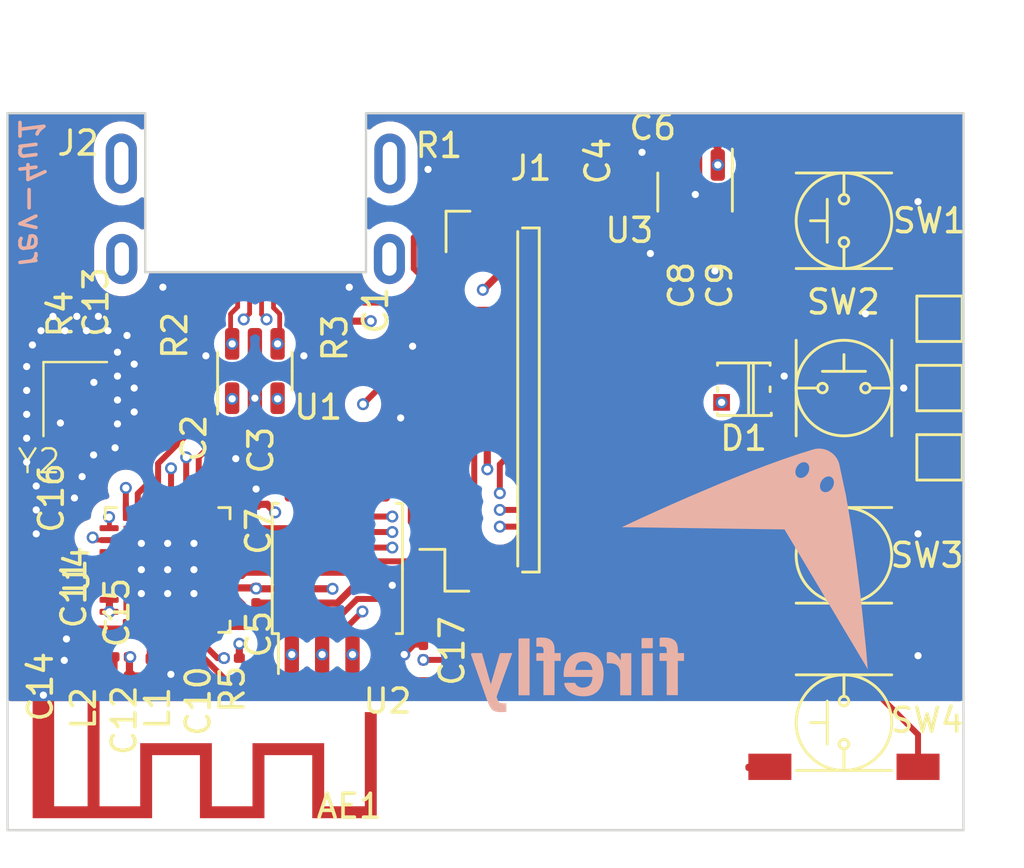
<source format=kicad_pcb>
(kicad_pcb (version 20221018) (generator pcbnew)
  (layers (0 "F.Cu" signal) (1 "In1.Cu" signal) (2 "In2.Cu" signal) (31 "B.Cu" signal) (34 "B.Paste" user) (35 "F.Paste" user) (36 "B.SilkS" user "B.Silkscreen") (37 "F.SilkS" user "F.Silkscreen") (38 "B.Mask" user) (39 "F.Mask" user) (44 "Edge.Cuts" user))
  (net 0 "")
  (net 1 "/3V3")
  (net 2 "GND")
  (net 3 "/VSPI")
  (net 4 "Net-(U4-LNA_IN)")
  (net 5 "Net-(C13-Pad1)")
  (net 6 "Net-(AE1-Pad1)")
  (net 7 "Net-(U4-XTAL_N)")
  (net 8 "/CHIP_PU")
  (net 10 "/DISP_TE")
  (net 11 "/DISP_SDA")
  (net 12 "/DISP_DC")
  (net 13 "/DISP_SCL")
  (net 14 "/DISP_RST")
  (net 15 "/LEDK")
  (net 18 "Net-(J2-CC1)")
  (net 19 "Net-(J2-CC2)")
  (net 20 "Net-(U4-XTAL_P)")
  (net 24 "/MCU_USB_P")
  (net 25 "/MCU_USB_N")
  (net 27 "/SW_4")
  (net 29 "/SW_1")
  (net 30 "/SW_2")
  (net 31 "/PIXEL")
  (net 32 "/SW_3")
  (net 36 "/VRF")
  (net 37 "Net-(U2-~{CS})")
  (net 38 "Net-(U2-DO(IO1))")
  (net 39 "Net-(U2-IO2)")
  (net 40 "Net-(U2-DI(IO0))")
  (net 41 "Net-(U2-CLK)")
  (net 42 "Net-(U2-IO3)")
  (net 47 "/VBUS")
  (net 48 "/USB_D+")
  (net 49 "/USB_D-")
  (net 56 "unconnected-(SW4-Pad2)")
  (footprint "Resistor_SMD:R_0201_0603Metric" (layer "F.Cu") (at 152.1125 49.7625)
    (fp_text reference "R4")
    (fp_text value "22R")
  )
  (footprint "Inductor_SMD:L_0201_0603Metric" (layer "F.Cu") (at 153.225 63.205 -90)
    (fp_text reference "L2")
    (fp_text value "2n2")
  )
  (footprint "Package_TO_SOT_SMD:SOT-23-5" (layer "F.Cu") (at 178.77 43.3 -90)
    (fp_text reference "U3")
    (fp_text value "SPX3819M5-L-3-3")
  )
  (footprint "firefly:Crystal_SeikoEpson_FA20H" (layer "F.Cu") (at 152.9125 52.0625 -90)
    (fp_text reference "Y2")
    (fp_text value "Crystal_GND24")
  )
  (footprint "Resistor_SMD:R_0201_0603Metric" (layer "F.Cu") (at 159.38 62.8)
    (fp_text reference "R5")
    (fp_text value "5k1")
  )
  (footprint "Capacitor_SMD:C_0201_0603Metric" (layer "F.Cu") (at 176.55 41.955 90)
    (fp_text reference "C6")
    (fp_text value "100n")
  )
  (footprint "Capacitor_SMD:C_0201_0603Metric" (layer "F.Cu") (at 158.7 54.775 90)
    (fp_text reference "C2")
    (fp_text value "100n")
  )
  (footprint "Resistor_SMD:R_0201_0603Metric" (layer "F.Cu") (at 158.1 49.3 90)
    (fp_text reference "R2")
    (fp_text value "5K1 (1%)")
  )
  (footprint "firefly:SW_tact_52x52" (layer "F.Cu") (at 185 44.5)
    (fp_text reference "SW1")
    (fp_text value "SW_tact_52x52" hide)
  )
  (footprint "Capacitor_SMD:C_0201_0603Metric" (layer "F.Cu") (at 160.4 56.045 90)
    (fp_text reference "C7")
    (fp_text value "100n")
  )
  (footprint "Capacitor_SMD:C_0201_0603Metric" (layer "F.Cu") (at 175.7 41.945 90)
    (fp_text reference "C4")
    (fp_text value "10u")
  )
  (footprint "Capacitor_SMD:C_0201_0603Metric" (layer "F.Cu") (at 154.78 63.55 180)
    (fp_text reference "C12")
    (fp_text value "100n")
  )
  (footprint "Capacitor_SMD:C_0201_0603Metric" (layer "F.Cu") (at 166.4 48.22 90)
    (fp_text reference "C1")
    (fp_text value "100n")
  )
  (footprint "Package_TO_SOT_SMD:SOT-23-6" (layer "F.Cu") (at 160.35 50.7875 90)
    (fp_text reference "U1")
    (fp_text value "USBLC6-2SC6")
  )
  (footprint "Capacitor_SMD:C_0201_0603Metric" (layer "F.Cu") (at 160.4 60.2 -90)
    (fp_text reference "C5")
    (fp_text value "10u")
  )
  (footprint "Resistor_SMD:R_0201_0603Metric" (layer "F.Cu") (at 167.955 42.4 180)
    (fp_text reference "R1")
    (fp_text value "10R")
  )
  (footprint "firefly:WS2812B" (layer "F.Cu") (at 180.8 51.55)
    (fp_text reference "D1")
    (fp_text value "WS2812B")
  )
  (footprint "Capacitor_SMD:C_0201_0603Metric" (layer "F.Cu") (at 159.55 54.775 90)
    (fp_text reference "C3")
    (fp_text value "10u")
  )
  (footprint "firefly:SW_tact_52x52" (layer "F.Cu") (at 185 65.5)
    (fp_text reference "SW4")
    (fp_text value "SW_tact_52x52" hide)
  )
  (footprint "TestPoint:TestPoint_Pad_1.5x1.5mm" (layer "F.Cu") (at 189 51.5)
    (fp_text reference "GND1" hide)
    (fp_text value "TestPoint")
  )
  (footprint "TestPoint:TestPoint_Pad_1.5x1.5mm" (layer "F.Cu") (at 189 54.4)
    (fp_text reference "PU1" hide)
    (fp_text value "TestPoint")
  )
  (footprint "Capacitor_SMD:C_0201_0603Metric" (layer "F.Cu") (at 153.7125 49.7625)
    (fp_text reference "C13")
    (fp_text value "10p")
  )
  (footprint "firefly:SW_tact_52x52" (layer "F.Cu") (at 185 58.5)
    (fp_text reference "SW3")
    (fp_text value "SW_tact_52x52" hide)
  )
  (footprint "Package_DFN_QFN:QFN-32-1EP_5x5mm_P0.5mm_EP3.7x3.7mm" (layer "F.Cu") (at 156.7 59.1125 90)
    (fp_text reference "U4")
    (fp_text value "ESP32_C3")
  )
  (footprint "firefly:THD_FPC_24" (layer "F.Cu") (at 169 52 -90)
    (fp_text reference "J1")
    (fp_text value "THD_FPC_24")
  )
  (footprint "Capacitor_SMD:C_0201_0603Metric" (layer "F.Cu") (at 152.775 62.005 180)
    (fp_text reference "C11")
    (fp_text value "3p3")
  )
  (footprint "Inductor_SMD:L_0201_0603Metric" (layer "F.Cu") (at 155.975 63.15 -90)
    (fp_text reference "L1")
    (fp_text value "2n2")
  )
  (footprint "Capacitor_SMD:C_0201_0603Metric" (layer "F.Cu") (at 152.375 63.205 90)
    (fp_text reference "C14")
    (fp_text value "3p3")
  )
  (footprint "Capacitor_SMD:C_0201_0603Metric" (layer "F.Cu") (at 179.755 45.86)
    (fp_text reference "C9")
    (fp_text value "10u")
  )
  (footprint "Capacitor_SMD:C_0201_0603Metric" (layer "F.Cu") (at 178.2 45.87 180)
    (fp_text reference "C8")
    (fp_text value "100n")
  )
  (footprint "TestPoint:TestPoint_Pad_1.5x1.5mm" (layer "F.Cu") (at 189 48.6)
    (fp_text reference "BOOT1" hide)
    (fp_text value "TestPoint")
  )
  (footprint "RF_Antenna:Texas_SWRA117D_2.4GHz_Left" (layer "F.Cu") (at 153.6 64.35 180)
    (fp_text reference "AE1")
    (fp_text value "PCB_ANTENNA")
  )
  (footprint "Package_SO:SOIC-8_5.23x5.23mm_P1.27mm" (layer "F.Cu") (at 163.8 59.05 90)
    (fp_text reference "U2")
    (fp_text value "W25Q128JVS")
  )
  (footprint "firefly:USB_C_SINK" (layer "F.Cu") (at 160.38 40 180)
    (fp_text reference "J2")
    (fp_text value "~")
  )
  (footprint "Capacitor_SMD:C_0201_0603Metric" (layer "F.Cu") (at 154.775 62.75 180)
    (fp_text reference "C15")
    (fp_text value "10u")
  )
  (footprint "Capacitor_SMD:C_0201_0603Metric" (layer "F.Cu") (at 167.4 62.555 90)
    (fp_text reference "C17")
    (fp_text value "100n")
  )
  (footprint "Resistor_SMD:R_0201_0603Metric" (layer "F.Cu") (at 162.6 49.3 90)
    (fp_text reference "R3")
    (fp_text value "5k1 (1%)")
  )
  (footprint "Capacitor_SMD:C_0201_0603Metric" (layer "F.Cu") (at 156.825 63.15 -90)
    (fp_text reference "C10")
    (fp_text value "100n")
  )
  (footprint "Capacitor_SMD:C_0201_0603Metric" (layer "F.Cu") (at 152.5 54.3125 180)
    (fp_text reference "C16")
    (fp_text value "10p")
  )
  (footprint "firefly:SW_tact_52x52" (layer "F.Cu") (at 185 51.5 -90)
    (fp_text reference "SW2")
    (fp_text value "SW_tact_52x52" hide)
  )
  (footprint "firefly:logo-15mm_1" (layer "B.Cu") (at 180.85 58.65 180)
    (fp_text reference "branding-logo-1" hide)
    (fp_text value "logo-15mm_1" hide)
  )
  (footprint "firefly:text-10" (layer "B.Cu") (at 173.85 63.5 180)
    (fp_text reference "branding-name-1" hide)
    (fp_text value "text-10" hide)
  )
  (gr_line (start 190 40) (end 190 70) (stroke (width 0.1)) (layer "Edge.Cuts"))
  (gr_line (start 150 40) (end 155.76 40) (stroke (width 0.1)) (layer "Edge.Cuts"))
  (gr_line (start 165 46.65) (end 165 40) (stroke (width 0.1)) (layer "Edge.Cuts"))
  (gr_line (start 150 70) (end 150 40) (stroke (width 0.1)) (layer "Edge.Cuts"))
  (gr_line (start 155.76 40) (end 155.76 46.65) (stroke (width 0.1)) (layer "Edge.Cuts"))
  (gr_line (start 155.76 46.65) (end 165 46.65) (stroke (width 0.1)) (layer "Edge.Cuts"))
  (gr_line (start 165 40) (end 190 40) (stroke (width 0.1)) (layer "Edge.Cuts"))
  (gr_line (start 190 70) (end 150 70) (stroke (width 0.1)) (layer "Edge.Cuts"))
  (gr_text "rev-4u1" (at 150.39 40.09 270) (layer "B.SilkS") (effects (font (size 1 1) (thickness 0.15) italic) (justify right bottom mirror)))
  (segment (start 166.84 48.54) (end 166.4 48.54) (width 0.3) (layer "F.Cu") (net 1))
  (segment (start 170.0755 50.1755) (end 168.65 48.75) (width 0.3) (layer "F.Cu") (net 1))
  (segment (start 178.53 45.86) (end 178.52 45.87) (width 0.3) (layer "F.Cu") (net 1))
  (segment (start 172.05 48.25) (end 172.6 47.7) (width 0.3) (layer "F.Cu") (net 1))
  (segment (start 167.75 47.75) (end 167.75 48.25) (width 0.3) (layer "F.Cu") (net 1))
  (segment (start 172.6 47.7) (end 178 47.7) (width 0.3) (layer "F.Cu") (net 1))
  (segment (start 167.75 48.25) (end 172.05 48.25) (width 0.3) (layer "F.Cu") (net 1))
  (segment (start 155.12 63.55) (end 155.2 63.47) (width 0.3) (layer "F.Cu") (net 1))
  (segment (start 167.75 47.75) (end 168.35 47.75) (width 0.3) (layer "F.Cu") (net 1))
  (segment (start 168.350996 46.200498) (end 167.75 46.200498) (width 0.3) (layer "F.Cu") (net 1))
  (segment (start 154.2625 60.3625) (end 154.2625 60.8625) (width 0.3) (layer "F.Cu") (net 1))
  (segment (start 155.1 63.55) (end 155.895 63.55) (width 0.3) (layer "F.Cu") (net 1))
  (segment (start 163.6 59.9) (end 160.42 59.9) (width 0.3) (layer "F.Cu") (net 1))
  (segment (start 178.52 47.18) (end 178.52 45.87) (width 0.3) (layer "F.Cu") (net 1))
  (segment (start 168.6 47.5) (end 168.6 46.449502) (width 0.3) (layer "F.Cu") (net 1))
  (segment (start 155.15 62.78) (end 155.2 62.83) (width 0.25) (layer "F.Cu") (net 1))
  (segment (start 159.535 56.365) (end 159.225 56.675) (width 0.3) (layer "F.Cu") (net 1))
  (segment (start 168.65 48.75) (end 167.75 48.75) (width 0.3) (layer "F.Cu") (net 1))
  (segment (start 179.72 44.4375) (end 179.72 45.28) (width 0.3) (layer "F.Cu") (net 1))
  (segment (start 167.75 46.25) (end 167.75 46.200498) (width 0.3) (layer "F.Cu") (net 1))
  (segment (start 168.35 47.75) (end 168.6 47.5) (width 0.3) (layer "F.Cu") (net 1))
  (segment (start 159.7 62.8) (end 159.7 62.2) (width 0.3) (layer "F.Cu") (net 1))
  (segment (start 160.4 56.365) (end 159.535 56.365) (width 0.3) (layer "F.Cu") (net 1))
  (segment (start 179.435 45.565) (end 179.435 45.86) (width 0.3) (layer "F.Cu") (net 1))
  (segment (start 160.42 59.9) (end 160.4 59.88) (width 0.3) (layer "F.Cu") (net 1))
  (segment (start 179.435 45.86) (end 178.53 45.86) (width 0.3) (layer "F.Cu") (net 1))
  (segment (start 155.205 62.825) (end 155.2 62.83) (width 0.25) (layer "F.Cu") (net 1))
  (segment (start 160.4 56.365) (end 160.865 56.365) (width 0.3) (layer "F.Cu") (net 1))
  (segment (start 159.15 59.8625) (end 160.3825 59.8625) (width 0.3) (layer "F.Cu") (net 1))
  (segment (start 170.0755 54.9) (end 170.0755 50.1755) (width 0.3) (layer "F.Cu") (net 1))
  (segment (start 167.05 48.75) (end 166.84 48.54) (width 0.3) (layer "F.Cu") (net 1))
  (segment (start 167.75 48.75) (end 167.05 48.75) (width 0.3) (layer "F.Cu") (net 1))
  (segment (start 168.6 46.449502) (end 168.350996 46.200498) (width 0.3) (layer "F.Cu") (net 1))
  (segment (start 167.75 48.75) (end 167.75 48.25) (width 0.3) (layer "F.Cu") (net 1))
  (segment (start 160.3825 59.8625) (end 160.4 59.88) (width 0.3) (layer "F.Cu") (net 1))
  (segment (start 159.225 56.675) (end 158.45 56.675) (width 0.3) (layer "F.Cu") (net 1))
  (segment (start 178 47.7) (end 178.52 47.18) (width 0.3) (layer "F.Cu") (net 1))
  (segment (start 155.1 63.55) (end 155.1 62.755) (width 0.3) (layer "F.Cu") (net 1))
  (segment (start 160.865 56.365) (end 161.2 56.7) (width 0.3) (layer "F.Cu") (net 1))
  (segment (start 179.72 45.28) (end 179.435 45.565) (width 0.3) (layer "F.Cu") (net 1))
  (via (at 163.6 59.9) (size 0.5) (drill 0.3) (layers "F.Cu" "B.Cu") (net 1))
  (via (at 161.2 56.7) (size 0.5) (drill 0.3) (layers "F.Cu" "B.Cu") (net 1))
  (via (at 170.0755 54.9) (size 0.5) (drill 0.3) (layers "F.Cu" "B.Cu") (net 1))
  (via (at 155.1345 62.755) (size 0.5) (drill 0.3) (layers "F.Cu" "B.Cu") (net 1))
  (via (at 159.7 62.2) (size 0.5) (drill 0.3) (layers "F.Cu" "B.Cu") (net 1))
  (via (at 160.4 59.8905) (size 0.5) (drill 0.3) (layers "F.Cu" "B.Cu") (net 1))
  (via (at 154.2625 60.8625) (size 0.5) (drill 0.3) (layers "F.Cu" "B.Cu") (net 1))
  (segment (start 166.9 55.95) (end 167.1 55.75) (width 0.3) (layer "F.Cu") (net 2))
  (segment (start 165.7055 62.6505) (end 165.705 62.65) (width 0.3) (layer "F.Cu") (net 2))
  (segment (start 164.5455 59.7545) (end 163.8 60.5) (width 0.3) (layer "F.Cu") (net 2))
  (segment (start 153.6125 51.2125) (end 153.6125 51.2625) (width 0.3) (layer "F.Cu") (net 2))
  (segment (start 167.75 52.75) (end 167.75 53.25) (width 0.3) (layer "F.Cu") (net 2))
  (segment (start 189 51.5) (end 187.5 51.5) (width 0.25) (layer "F.Cu") (net 2))
  (segment (start 152.18 54.3125) (end 152.18 52.995) (width 0.25) (layer "F.Cu") (net 2))
  (segment (start 167.75 49.75) (end 166.95 49.75) (width 0.3) (layer "F.Cu") (net 2))
  (segment (start 154.455 62.75) (end 154.455 63.545) (width 0.3) (layer "F.Cu") (net 2))
  (segment (start 180.075 45.86) (end 180.075 46.125) (width 0.3) (layer "F.Cu") (net 2))
  (segment (start 181.71 51) (end 182.5 51) (width 0.3) (layer "F.Cu") (net 2))
  (segment (start 166.4 47.9) (end 167.05 47.25) (width 0.3) (layer "F.Cu") (net 2))
  (segment (start 167 51.25) (end 166.8 51.45) (width 0.3) (layer "F.Cu") (net 2))
  (segment (start 166.45 52.75) (end 167.75 52.75) (width 0.3) (layer "F.Cu") (net 2))
  (segment (start 167.75 53.25) (end 167.75 53.75) (width 0.3) (layer "F.Cu") (net 2))
  (segment (start 167.635 42.4) (end 167.635 42.3895) (width 0.3) (layer "F.Cu") (net 2))
  (segment (start 164.3 47.28) (end 163.58 47.28) (width 0.3) (layer "F.Cu") (net 2))
  (segment (start 167 52.25) (end 167.75 52.25) (width 0.3) (layer "F.Cu") (net 2))
  (segment (start 163.8 60.5) (end 160.42 60.5) (width 0.3) (layer "F.Cu") (net 2))
  (segment (start 166.8 51.45) (end 166.8 52.05) (width 0.3) (layer "F.Cu") (net 2))
  (segment (start 160.35 51.825) (end 160.35 51.925) (width 0.3) (layer "F.Cu") (net 2))
  (segment (start 152.18 52.995) (end 152.2125 52.9625) (width 0.25) (layer "F.Cu") (net 2))
  (segment (start 167.0155 62.235) (end 166.6 62.6505) (width 0.25) (layer "F.Cu") (net 2))
  (segment (start 167.4 62.235) (end 167.0155 62.235) (width 0.25) (layer "F.Cu") (net 2))
  (segment (start 166.6 62.6505) (end 165.7055 62.6505) (width 0.3) (layer "F.Cu") (net 2))
  (segment (start 181.71 51) (end 181.7 51) (width 0.3) (layer "F.Cu") (net 2))
  (segment (start 178.78 43.4) (end 178.77 43.39) (width 0.3) (layer "F.Cu") (net 2))
  (segment (start 188.1 63.65) (end 188.1 62.7) (width 0.3) (layer "F.Cu") (net 2))
  (segment (start 158.1 49.62) (end 158.1 49.9505) (width 0.25) (layer "F.Cu") (net 2))
  (segment (start 178.77 43.39) (end 178.77 42.1625) (width 0.3) (layer "F.Cu") (net 2))
  (segment (start 167.1 55.75) (end 167.75 55.75) (width 0.3) (layer "F.Cu") (net 2))
  (segment (start 167.75 57.25) (end 167.75 57.75) (width 0.3) (layer "F.Cu") (net 2))
  (segment (start 166.9 57.1) (end 166.9 55.95) (width 0.3) (layer "F.Cu") (net 2))
  (segment (start 167.75 51.25) (end 167 51.25) (width 0.3) (layer "F.Cu") (net 2))
  (segment (start 180.075 46.125) (end 179.6 46.6) (width 0.3) (layer "F.Cu") (net 2))
  (segment (start 152.375 62.885) (end 152.375 62.8955) (width 0.3) (layer "F.Cu") (net 2))
  (segment (start 166.1 59.7545) (end 164.5455 59.7545) (width 0.3) (layer "F.Cu") (net 2))
  (segment (start 160.42 60.5) (end 160.4 60.52) (width 0.3) (layer "F.Cu") (net 2))
  (segment (start 167.75 57.25) (end 167.05 57.25) (width 0.3) (layer "F.Cu") (net 2))
  (segment (start 177.88 45.87) (end 176.9 45.87) (width 0.3) (layer "F.Cu") (net 2))
  (segment (start 167.75 55.25) (end 167.75 55.75) (width 0.3) (layer "F.Cu") (net 2))
  (segment (start 167.05 47.25) (end 167.75 47.25) (width 0.3) (layer "F.Cu") (net 2))
  (segment (start 167.75 57.499502) (end 167.75 57.25) (width 0.3) (layer "F.Cu") (net 2))
  (segment (start 162.6 49.62) (end 162.6 49.9505) (width 0.25) (layer "F.Cu") (net 2))
  (segment (start 175.7 41.625) (end 176.54 41.625) (width 0.3) (layer "F.Cu") (net 2))
  (segment (start 188.1 56.65) (end 188.1 57.6) (width 0.3) (layer "F.Cu") (net 2))
  (segment (start 176.54 41.625) (end 176.55 41.635) (width 0.3) (layer "F.Cu") (net 2))
  (segment (start 186.85 48.4) (end 186.84 48.39) (width 0.3) (layer "F.Cu") (net 2))
  (segment (start 156.5 47.28) (end 157.18 47.28) (width 0.3) (layer "F.Cu") (net 2))
  (segment (start 154.0325 50.7925) (end 153.6125 51.2125) (width 0.3) (layer "F.Cu") (net 2))
  (segment (start 167.635 42.3895) (end 167.5955 42.35) (width 0.3) (layer "F.Cu") (net 2))
  (segment (start 188.1 42.65) (end 188.1 43.7) (width 0.3) (layer "F.Cu") (net 2))
  (segment (start 152.2125 52.9125) (end 152.2125 52.9625) (width 0.3) (layer "F.Cu") (net 2))
  (segment (start 186.84 48.39) (end 185.9 48.39) (width 0.3) (layer "F.Cu") (net 2))
  (segment (start 164.3 47.28) (end 164.92 47.9) (width 0.3) (layer "F.Cu") (net 2))
  (segment (start 167.75 52.75) (end 167.75 52.25) (width 0.3) (layer "F.Cu") (net 2))
  (segment (start 167.75 53.25) (end 167.75 53.196566) (width 0.3) (layer "F.Cu") (net 2))
  (segment (start 152.455 62.005) (end 152.4605 62.005) (width 0.25) (layer "F.Cu") (net 2))
  (segment (start 166.8 52.05) (end 167 52.25) (width 0.3) (layer "F.Cu") (net 2))
  (segment (start 162.6 49.9505) (end 162.4 50.1505) (width 0.25) (layer "F.Cu") (net 2))
  (segment (start 167.75 54.75) (end 167.75 55.25) (width 0.3) (layer "F.Cu") (net 2))
  (segment (start 164.92 47.9) (end 166.4 47.9) (width 0.3) (layer "F.Cu") (net 2))
  (segment (start 167.05 57.25) (end 166.9 57.1) (width 0.3) (layer "F.Cu") (net 2))
  (segment (start 158.7 54.455) (end 159.55 54.455) (width 0.3) (layer "F.Cu") (net 2))
  (segment (start 158.1 49.9505) (end 158.3 50.1505) (width 0.25) (layer "F.Cu") (net 2))
  (segment (start 152.4605 62.005) (end 152.4655 62) (width 0.25) (layer "F.Cu") (net 2))
  (segment (start 154.0325 49.7625) (end 154.0325 50.7925) (width 0.3) (layer "F.Cu") (net 2))
  (via (at 150.8 52.6) (size 0.5) (drill 0.3) (layers "F.Cu" "B.Cu") (net 2))
  (via (at 151.2 56.6) (size 0.5) (drill 0.3) (layers "F.Cu" "B.Cu") (net 2))
  (via (at 154.5 54) (size 0.5) (drill 0.3) (layers "F.Cu" "B.Cu") (net 2))
  (via (at 152.8 56.1) (size 0.5) (drill 0.3) (layers "F.Cu" "B.Cu") (net 2))
  (via (at 153.3 49.1) (size 0.5) (drill 0.3) (layers "F.Cu" "B.Cu") (net 2))
  (via (at 160.35 51.925) (size 0.5) (drill 0.3) (layers "F.Cu" "B.Cu") (net 2))
  (via (at 182.5 51) (size 0.5) (drill 0.3) (layers "F.Cu" "B.Cu") (net 2))
  (via (at 151.2 55.6) (size 0.5) (drill 0.3) (layers "F.Cu" "B.Cu") (net 2))
  (via (at 178.78 43.4) (size 0.5) (drill 0.3) (layers "F.Cu" "B.Cu") (net 2))
  (via (at 152.4655 62) (size 0.5) (drill 0.3) (layers "F.Cu" "B.Cu") (net 2))
  (via (at 159.55 54.455) (size 0.5) (drill 0.3) (layers "F.Cu" "B.Cu") (net 2))
  (via (at 154.2 49.1) (size 0.5) (drill 0.3) (layers "F.Cu" "B.Cu") (net 2))
  (via (at 155.6 59.1) (size 0.5) (drill 0.3) (layers "F.Cu" "B.Cu") (net 2))
  (via (at 154.6 52) (size 0.5) (drill 0.3) (layers "F.Cu" "B.Cu") (net 2))
  (via (at 150.8 54.6) (size 0.5) (drill 0.3) (layers "F.Cu" "B.Cu") (net 2))
  (via (at 160.4 55.725) (size 0.5) (drill 0.3) (layers "F.Cu" "B.Cu") (net 2))
  (via (at 166.45 52.75) (size 0.5) (drill 0.3) (layers "F.Cu" "B.Cu") (net 2))
  (via (at 166.95 49.75) (size 0.5) (drill 0.3) (layers "F.Cu" "B.Cu") (net 2))
  (via (at 155 49.3) (size 0.5) (drill 0.3) (layers "F.Cu" "B.Cu") (net 2))
  (via (at 188.1 57.6) (size 0.5) (drill 0.3) (layers "F.Cu" "B.Cu") (net 2))
  (via (at 151.4 49.1) (size 0.5) (drill 0.3) (layers "F.Cu" "B.Cu") (net 2))
  (via (at 153.6125 51.2625) (size 0.5) (drill 0.3) (layers "F.Cu" "B.Cu") (net 2))
  (via (at 150.8 51.6) (size 0.5) (drill 0.3) (layers "F.Cu" "B.Cu") (net 2))
  (via (at 150.8 53.6) (size 0.5) (drill 0.3) (layers "F.Cu" "B.Cu") (net 2))
  (via (at 153.119994 55.206356) (size 0.5) (drill 0.3) (layers "F.Cu" "B.Cu") (net 2))
  (via (at 176.55 41.635) (size 0.5) (drill 0.3) (layers "F.Cu" "B.Cu") (net 2))
  (via (at 156.7 60.1) (size 0.5) (drill 0.3) (layers "F.Cu" "B.Cu") (net 2))
  (via (at 166.6 62.6505) (size 0.5) (drill 0.3) (layers "F.Cu" "B.Cu") (net 2))
  (via (at 164.3 47.28) (size 0.5) (drill 0.3) (layers "F.Cu" "B.Cu") (net 2))
  (via (at 155.3 51.5) (size 0.5) (drill 0.3) (layers "F.Cu" "B.Cu") (net 2))
  (via (at 155.6 60.1) (size 0.5) (drill 0.3) (layers "F.Cu" "B.Cu") (net 2))
  (via (at 151.041219 49.696952) (size 0.5) (drill 0.3) (layers "F.Cu" "B.Cu") (net 2))
  (via (at 157.8 58) (size 0.5) (drill 0.3) (layers "F.Cu" "B.Cu") (net 2))
  (via (at 185.9 48.39) (size 0.5) (drill 0.3) (layers "F.Cu" "B.Cu") (net 2))
  (via (at 179.6 46.6) (size 0.5) (drill 0.3) (layers "F.Cu" "B.Cu") (net 2))
  (via (at 156.7 58) (size 0.5) (drill 0.3) (layers "F.Cu" "B.Cu") (net 2))
  (via (at 151.9 48.5) (size 0.5) (drill 0.3) (layers "F.Cu" "B.Cu") (net 2))
  (via (at 187.5 51.5) (size 0.5) (drill 0.3) (layers "F.Cu" "B.Cu") (net 2))
  (via (at 156.5 47.28) (size 0.5) (drill 0.3) (layers "F.Cu" "B.Cu") (net 2))
  (via (at 157.8 59.1) (size 0.5) (drill 0.3) (layers "F.Cu" "B.Cu") (net 2))
  (via (at 176.9 45.87) (size 0.5) (drill 0.3) (layers "F.Cu" "B.Cu") (net 2))
  (via (at 152.375 62.8955) (size 0.5) (drill 0.3) (layers "F.Cu" "B.Cu") (net 2))
  (via (at 166.1 59.7545) (size 0.5) (drill 0.3) (layers "F.Cu" "B.Cu") (net 2))
  (via (at 154.6 51) (size 0.5) (drill 0.3) (layers "F.Cu" "B.Cu") (net 2))
  (via (at 154.6 53) (size 0.5) (drill 0.3) (layers "F.Cu" "B.Cu") (net 2))
  (via (at 167.5955 42.35) (size 0.5) (drill 0.3) (layers "F.Cu" "B.Cu") (net 2))
  (via (at 150.8 50.6) (size 0.5) (drill 0.3) (layers "F.Cu" "B.Cu") (net 2))
  (via (at 155.3 52.5) (size 0.5) (drill 0.3) (layers "F.Cu" "B.Cu") (net 2))
  (via (at 154.6 50) (size 0.5) (drill 0.3) (layers "F.Cu" "B.Cu") (net 2))
  (via (at 152.9 48.5) (size 0.5) (drill 0.3) (layers "F.Cu" "B.Cu") (net 2))
  (via (at 155.3 50.5) (size 0.5) (drill 0.3) (layers "F.Cu" "B.Cu") (net 2))
  (via (at 156.835 63.48) (size 0.5) (drill 0.3) (layers "F.Cu" "B.Cu") (net 2))
  (via (at 153.8 48.5) (size 0.5) (drill 0.3) (layers "F.Cu" "B.Cu") (net 2))
  (via (at 162.4 50.1505) (size 0.5) (drill 0.3) (layers "F.Cu" "B.Cu") (net 2))
  (via (at 157.8 60.1) (size 0.5) (drill 0.3) (layers "F.Cu" "B.Cu") (net 2))
  (via (at 155.6 58) (size 0.5) (drill 0.3) (layers "F.Cu" "B.Cu") (net 2))
  (via (at 151.2 57.6) (size 0.5) (drill 0.3) (layers "F.Cu" "B.Cu") (net 2))
  (via (at 158.3 50.1505) (size 0.5) (drill 0.3) (layers "F.Cu" "B.Cu") (net 2))
  (via (at 152.2125 52.9625) (size 0.5) (drill 0.3) (layers "F.Cu" "B.Cu") (net 2))
  (via (at 188.1 43.7) (size 0.5) (drill 0.3) (layers "F.Cu" "B.Cu") (net 2))
  (via (at 152.4 49.1) (size 0.5) (drill 0.3) (layers "F.Cu" "B.Cu") (net 2))
  (via (at 188.1 62.7) (size 0.5) (drill 0.3) (layers "F.Cu" "B.Cu") (net 2))
  (via (at 156.7 59.1) (size 0.5) (drill 0.3) (layers "F.Cu" "B.Cu") (net 2))
  (via (at 153.6 54.3) (size 0.5) (drill 0.3) (layers "F.Cu" "B.Cu") (net 2))
  (segment (start 158.7 55.095) (end 159.55 55.095) (width 0.25) (layer "F.Cu") (net 3))
  (segment (start 157.95 56.260203) (end 158.4 55.810203) (width 0.25) (layer "F.Cu") (net 3))
  (segment (start 158.4 55.395) (end 158.7 55.095) (width 0.25) (layer "F.Cu") (net 3))
  (segment (start 157.95 56.675) (end 157.95 56.260203) (width 0.25) (layer "F.Cu") (net 3))
  (segment (start 161.54 55.095) (end 161.895 55.45) (width 0.25) (layer "F.Cu") (net 3))
  (segment (start 161.825 55.52) (end 161.895 55.45) (width 0.25) (layer "F.Cu") (net 3))
  (segment (start 158.4 55.810203) (end 158.4 55.395) (width 0.25) (layer "F.Cu") (net 3))
  (segment (start 159.55 55.095) (end 161.54 55.095) (width 0.25) (layer "F.Cu") (net 3))
  (segment (start 153.095 62.425) (end 153.095 62.005) (width 0.25) (layer "F.Cu") (net 4))
  (segment (start 154.95 61.5625) (end 153.5375 61.5625) (width 0.25) (layer "F.Cu") (net 4))
  (segment (start 153.225 62.555) (end 153.095 62.425) (width 0.25) (layer "F.Cu") (net 4))
  (segment (start 153.5375 61.5625) (end 153.095 62.005) (width 0.25) (layer "F.Cu") (net 4))
  (segment (start 153.225 62.885) (end 153.225 62.555) (width 0.25) (layer "F.Cu") (net 4))
  (segment (start 152.4325 50.9925) (end 152.4325 49.7625) (width 0.25) (layer "F.Cu") (net 5))
  (segment (start 152.2125 51.2125) (end 152.4325 50.9925) (width 0.25) (layer "F.Cu") (net 5))
  (segment (start 152.4325 49.7625) (end 153.3925 49.7625) (width 0.25) (layer "F.Cu") (net 5))
  (segment (start 153.6 63.9) (end 153.225 63.525) (width 0.25) (layer "F.Cu") (net 6))
  (segment (start 153.6 64.35) (end 153.6 63.9) (width 0.25) (layer "F.Cu") (net 6))
  (segment (start 152.375 63.525) (end 153.225 63.525) (width 0.25) (layer "F.Cu") (net 6))
  (segment (start 152.205398 55.194602) (end 152.82 54.58) (width 0.25) (layer "F.Cu") (net 7))
  (segment (start 152.205398 55.693446) (end 152.205398 55.194602) (width 0.25) (layer "F.Cu") (net 7))
  (segment (start 153.6125 53.52) (end 153.6125 52.9125) (width 0.25) (layer "F.Cu") (net 7))
  (segment (start 152.82 54.3125) (end 153.6125 53.52) (width 0.25) (layer "F.Cu") (net 7))
  (segment (start 152.2 58.134314) (end 152.2 55.698845) (width 0.25) (layer "F.Cu") (net 7))
  (segment (start 152.2 55.698845) (end 152.205398 55.693446) (width 0.25) (layer "F.Cu") (net 7))
  (segment (start 153.428186 59.3625) (end 152.2 58.134314) (width 0.25) (layer "F.Cu") (net 7))
  (segment (start 152.82 54.58) (end 152.82 54.3125) (width 0.25) (layer "F.Cu") (net 7))
  (segment (start 153.9875 53.2875) (end 153.6125 52.9125) (width 0.25) (layer "F.Cu") (net 7))
  (segment (start 154.2625 59.3625) (end 153.428186 59.3625) (width 0.25) (layer "F.Cu") (net 7))
  (segment (start 180.6 59.65) (end 180.6 61.034314) (width 0.25) (layer "F.Cu") (net 8))
  (segment (start 180.95 59.3) (end 180.6 59.65) (width 0.25) (layer "F.Cu") (net 8))
  (segment (start 189 54.4) (end 189.5 54.9) (width 0.25) (layer "F.Cu") (net 8))
  (segment (start 180.6 61.034314) (end 178.759314 62.875) (width 0.25) (layer "F.Cu") (net 8))
  (segment (start 189.5 58.5) (end 188.7 59.3) (width 0.25) (layer "F.Cu") (net 8))
  (segment (start 178.759314 62.875) (end 167.4 62.875) (width 0.25) (layer "F.Cu") (net 8))
  (segment (start 157.95 61.55) (end 157.95 61.964797) (width 0.25) (layer "F.Cu") (net 8))
  (segment (start 157.95 61.964797) (end 158.785203 62.8) (width 0.25) (layer "F.Cu") (net 8))
  (segment (start 188.7 59.3) (end 180.95 59.3) (width 0.25) (layer "F.Cu") (net 8))
  (segment (start 158.785203 62.8) (end 159.06 62.8) (width 0.25) (layer "F.Cu") (net 8))
  (segment (start 189.5 54.9) (end 189.5 58.5) (width 0.25) (layer "F.Cu") (net 8))
  (via (at 159.06 62.8) (size 0.5) (drill 0.3) (layers "F.Cu" "B.Cu") (net 8))
  (via (at 167.4 62.875) (size 0.5) (drill 0.3) (layers "F.Cu" "B.Cu") (net 8))
  (segment (start 168.73 52.05) (end 168.73 58.02) (width 0.25) (layer "F.Cu") (net 11))
  (segment (start 159.555 58.8625) (end 159.1375 58.8625) (width 0.25) (layer "F.Cu") (net 11))
  (segment (start 168 58.75) (end 159.6675 58.75) (width 0.25) (layer "F.Cu") (net 11))
  (segment (start 168.43 51.75) (end 168.73 52.05) (width 0.25) (layer "F.Cu") (net 11))
  (segment (start 159.6675 58.75) (end 159.555 58.8625) (width 0.25) (layer "F.Cu") (net 11))
  (segment (start 168.73 58.02) (end 168 58.75) (width 0.25) (layer "F.Cu") (net 11))
  (segment (start 167.75 51.75) (end 168.43 51.75) (width 0.25) (layer "F.Cu") (net 11))
  (segment (start 164.875 52.175) (end 166.3 50.75) (width 0.25) (layer "F.Cu") (net 12))
  (segment (start 164.85 60.85) (end 164.2 61.5) (width 0.25) (layer "F.Cu") (net 12))
  (segment (start 164.2 61.5) (end 159.4 61.5) (width 0.25) (layer "F.Cu") (net 12))
  (segment (start 159.4 61.5) (end 159.1375 61.2375) (width 0.25) (layer "F.Cu") (net 12))
  (segment (start 159.1375 61.2375) (end 159.1375 60.8625) (width 0.25) (layer "F.Cu") (net 12))
  (segment (start 166.3 50.75) (end 167.75 50.75) (width 0.25) (layer "F.Cu") (net 12))
  (via (at 164.85 60.85) (size 0.5) (drill 0.3) (layers "F.Cu" "B.Cu") (net 12))
  (via (at 164.875 52.175) (size 0.5) (drill 0.3) (layers "F.Cu" "B.Cu") (net 12))
  (segment (start 159.94467 59.23) (end 168.085686 59.23) (width 0.25) (layer "F.Cu") (net 13))
  (segment (start 169.13 58.185686) (end 169.13 50.93) (width 0.25) (layer "F.Cu") (net 13))
  (segment (start 168.085686 59.23) (end 169.13 58.185686) (width 0.25) (layer "F.Cu") (net 13))
  (segment (start 169.13 50.93) (end 168.45 50.25) (width 0.25) (layer "F.Cu") (net 13))
  (segment (start 159.81217 59.3625) (end 159.94467 59.23) (width 0.25) (layer "F.Cu") (net 13))
  (segment (start 159.1375 59.3625) (end 159.81217 59.3625) (width 0.25) (layer "F.Cu") (net 13))
  (segment (start 168.45 50.25) (end 167.75 50.25) (width 0.25) (layer "F.Cu") (net 13))
  (segment (start 164.632537 60.325) (end 167.556371 60.325) (width 0.25) (layer "F.Cu") (net 14))
  (segment (start 169.53 50.38) (end 168.4 49.25) (width 0.25) (layer "F.Cu") (net 14))
  (segment (start 163.857537 61.1) (end 164.632537 60.325) (width 0.25) (layer "F.Cu") (net 14))
  (segment (start 159.1375 60.3625) (end 159.6625 60.3625) (width 0.25) (layer "F.Cu") (net 14))
  (segment (start 168.4 49.25) (end 167.75 49.25) (width 0.25) (layer "F.Cu") (net 14))
  (segment (start 159.85 60.95) (end 160 61.1) (width 0.25) (layer "F.Cu") (net 14))
  (segment (start 169.53 58.351371) (end 169.53 50.38) (width 0.25) (layer "F.Cu") (net 14))
  (segment (start 160 61.1) (end 163.857537 61.1) (width 0.25) (layer "F.Cu") (net 14))
  (segment (start 159.6625 60.3625) (end 159.85 60.55) (width 0.25) (layer "F.Cu") (net 14))
  (segment (start 159.85 60.55) (end 159.85 60.95) (width 0.25) (layer "F.Cu") (net 14))
  (segment (start 167.556371 60.325) (end 169.53 58.351371) (width 0.25) (layer "F.Cu") (net 14))
  (segment (start 167 46.5) (end 167 45.2) (width 0.25) (layer "F.Cu") (net 15))
  (segment (start 167 45.2) (end 168.275 43.925) (width 0.25) (layer "F.Cu") (net 15))
  (segment (start 168.275 43.925) (end 168.275 42.4) (width 0.25) (layer "F.Cu") (net 15))
  (segment (start 167.25 46.75) (end 167 46.5) (width 0.25) (layer "F.Cu") (net 15))
  (segment (start 167.75 46.75) (end 167.25 46.75) (width 0.25) (layer "F.Cu") (net 15))
  (segment (start 161.63 48.01) (end 162.6 48.98) (width 0.25) (layer "F.Cu") (net 18))
  (segment (start 161.63 47.28) (end 161.63 48.01) (width 0.25) (layer "F.Cu") (net 18))
  (segment (start 158.1 48.98) (end 158.63 48.45) (width 0.25) (layer "F.Cu") (net 19))
  (segment (start 158.63 48.45) (end 158.63 47.28) (width 0.25) (layer "F.Cu") (net 19))
  (segment (start 151.3875 50.1675) (end 151.3875 54.4875) (width 0.25) (layer "F.Cu") (net 20))
  (segment (start 151.805398 54.905398) (end 151.805398 55.527761) (width 0.25) (layer "F.Cu") (net 20))
  (segment (start 153.3625 59.8625) (end 154.2625 59.8625) (width 0.25) (layer "F.Cu") (net 20))
  (segment (start 151.805398 55.527761) (end 151.8 55.533159) (width 0.25) (layer "F.Cu") (net 20))
  (segment (start 151.8 58.3) (end 153.3625 59.8625) (width 0.25) (layer "F.Cu") (net 20))
  (segment (start 151.8 55.533159) (end 151.8 58.3) (width 0.25) (layer "F.Cu") (net 20))
  (segment (start 151.7925 49.7625) (end 151.3875 50.1675) (width 0.25) (layer "F.Cu") (net 20))
  (segment (start 151.3875 54.4875) (end 151.805398 54.905398) (width 0.25) (layer "F.Cu") (net 20))
  (segment (start 159.4 51.925) (end 159.4 51.95) (width 0.2) (layer "F.Cu") (net 24))
  (segment (start 153.563119 57.753971) (end 153.671648 57.8625) (width 0.2) (layer "F.Cu") (net 24))
  (segment (start 153.671648 57.8625) (end 154.2625 57.8625) (width 0.2) (layer "F.Cu") (net 24))
  (via (at 159.4 51.95) (size 0.5) (drill 0.3) (layers "F.Cu" "B.Cu") (net 24))
  (via (at 153.563119 57.753971) (size 0.5) (drill 0.3) (layers "F.Cu" "B.Cu") (net 24))
  (segment (start 161.3 51.925) (end 161.3 51.95) (width 0.2) (layer "F.Cu") (net 25))
  (segment (start 154.25 56.9) (end 154.2625 56.9125) (width 0.2) (layer "F.Cu") (net 25))
  (segment (start 154.2625 56.9125) (end 154.2625 57.3625) (width 0.2) (layer "F.Cu") (net 25))
  (via (at 161.3 51.95) (size 0.5) (drill 0.3) (layers "F.Cu" "B.Cu") (net 25))
  (via (at 154.25 56.9) (size 0.5) (drill 0.3) (layers "F.Cu" "B.Cu") (net 25))
  (segment (start 188.1 66) (end 188.1 67.35) (width 0.25) (layer "F.Cu") (net 27))
  (segment (start 156.747703 62.2375) (end 157.091331 62.2375) (width 0.25) (layer "F.Cu") (net 27))
  (segment (start 184.8 62.7) (end 188.1 66) (width 0.25) (layer "F.Cu") (net 27))
  (segment (start 156.45 61.55) (end 156.45 61.939797) (width 0.25) (layer "F.Cu") (net 27))
  (segment (start 158.978831 64.125) (end 178.690686 64.125) (width 0.25) (layer "F.Cu") (net 27))
  (segment (start 178.690686 64.125) (end 180.115686 62.7) (width 0.25) (layer "F.Cu") (net 27))
  (segment (start 157.091331 62.2375) (end 158.978831 64.125) (width 0.25) (layer "F.Cu") (net 27))
  (segment (start 156.45 61.939797) (end 156.747703 62.2375) (width 0.25) (layer "F.Cu") (net 27))
  (segment (start 180.115686 62.7) (end 184.8 62.7) (width 0.25) (layer "F.Cu") (net 27))
  (segment (start 170.6 55.9) (end 170.6 54.696877) (width 0.25) (layer "F.Cu") (net 29))
  (segment (start 170.6 54.696877) (end 176.956877 48.34) (width 0.25) (layer "F.Cu") (net 29))
  (segment (start 164.95782 56.876494) (end 164.471814 57.3625) (width 0.25) (layer "F.Cu") (net 29))
  (segment (start 180.68 46.35) (end 181.9 46.35) (width 0.25) (layer "F.Cu") (net 29))
  (segment (start 159.1375 57.3625) (end 164.471814 57.3625) (width 0.25) (layer "F.Cu") (net 29))
  (segment (start 178.69 48.34) (end 180.68 46.35) (width 0.25) (layer "F.Cu") (net 29))
  (segment (start 176.956877 48.34) (end 178.69 48.34) (width 0.25) (layer "F.Cu") (net 29))
  (segment (start 166.1 56.876494) (end 164.95782 56.876494) (width 0.25) (layer "F.Cu") (net 29))
  (via (at 166.1 56.876494) (size 0.5) (drill 0.3) (layers "F.Cu" "B.Cu") (net 29))
  (via (at 170.6 55.9) (size 0.5) (drill 0.3) (layers "F.Cu" "B.Cu") (net 29))
  (segment (start 170.6 57.3) (end 171.591966 57.3) (width 0.25) (layer "F.Cu") (net 30))
  (segment (start 159.552297 58.3625) (end 159.614797 58.3) (width 0.25) (layer "F.Cu") (net 30))
  (segment (start 159.614797 58.3) (end 164.9 58.3) (width 0.25) (layer "F.Cu") (net 30))
  (segment (start 159.1375 58.3625) (end 159.552297 58.3625) (width 0.25) (layer "F.Cu") (net 30))
  (segment (start 174.291966 54.6) (end 183.15 54.6) (width 0.25) (layer "F.Cu") (net 30))
  (segment (start 166.1 58.1755) (end 165.0245 58.1755) (width 0.25) (layer "F.Cu") (net 30))
  (segment (start 165.0245 58.1755) (end 164.9 58.3) (width 0.25) (layer "F.Cu") (net 30))
  (segment (start 171.591966 57.3) (end 174.291966 54.6) (width 0.25) (layer "F.Cu") (net 30))
  (via (at 170.6 57.3) (size 0.5) (drill 0.3) (layers "F.Cu" "B.Cu") (net 30))
  (via (at 166.1 58.1755) (size 0.5) (drill 0.3) (layers "F.Cu" "B.Cu") (net 30))
  (segment (start 189 48.6) (end 187.65 49.95) (width 0.25) (layer "F.Cu") (net 31))
  (segment (start 171.642463 56.6) (end 171.7 56.542463) (width 0.25) (layer "F.Cu") (net 31))
  (segment (start 179.88 51) (end 179.88 50.37) (width 0.25) (layer "F.Cu") (net 31))
  (segment (start 165.074003 57.525997) (end 164.7375 57.8625) (width 0.25) (layer "F.Cu") (net 31))
  (segment (start 159.1375 57.8625) (end 164.7375 57.8625) (width 0.25) (layer "F.Cu") (net 31))
  (segment (start 171.7 54.9) (end 175.6 51) (width 0.25) (layer "F.Cu") (net 31))
  (segment (start 170.6 56.6) (end 171.642463 56.6) (width 0.25) (layer "F.Cu") (net 31))
  (segment (start 179.88 50.37) (end 180.3 49.95) (width 0.25) (layer "F.Cu") (net 31))
  (segment (start 166.1 57.525997) (end 165.074003 57.525997) (width 0.25) (layer "F.Cu") (net 31))
  (segment (start 187.65 49.95) (end 180.3 49.95) (width 0.25) (layer "F.Cu") (net 31))
  (segment (start 171.7 56.542463) (end 171.7 54.9) (width 0.25) (layer "F.Cu") (net 31))
  (segment (start 175.6 51) (end 179.88 51) (width 0.25) (layer "F.Cu") (net 31))
  (via (at 166.1 57.525997) (size 0.5) (drill 0.3) (layers "F.Cu" "B.Cu") (net 31))
  (via (at 170.6 56.6) (size 0.5) (drill 0.3) (layers "F.Cu" "B.Cu") (net 31))
  (segment (start 181.85 60.35) (end 181.9 60.35) (width 0.25) (layer "F.Cu") (net 32))
  (segment (start 157.45 61.55) (end 157.45 62.030483) (width 0.25) (layer "F.Cu") (net 32))
  (segment (start 178.475 63.725) (end 181.85 60.35) (width 0.25) (layer "F.Cu") (net 32))
  (segment (start 157.45 62.030483) (end 159.144517 63.725) (width 0.25) (layer "F.Cu") (net 32))
  (segment (start 159.144517 63.725) (end 178.475 63.725) (width 0.25) (layer "F.Cu") (net 32))
  (segment (start 156.825 62.83) (end 155.975 62.83) (width 0.25) (layer "F.Cu") (net 36))
  (segment (start 155.45 61.5625) (end 155.95 61.5625) (width 0.25) (layer "F.Cu") (net 36))
  (segment (start 155.95 62.805) (end 155.975 62.83) (width 0.25) (layer "F.Cu") (net 36))
  (segment (start 155.95 61.5625) (end 155.95 62.805) (width 0.25) (layer "F.Cu") (net 36))
  (segment (start 156.84187 55.65813) (end 156.45 56.05) (width 0.25) (layer "F.Cu") (net 37))
  (segment (start 156.45 56.05) (end 156.45 56.675) (width 0.25) (layer "F.Cu") (net 37))
  (segment (start 156.84187 54.85813) (end 156.84187 55.65813) (width 0.25) (layer "F.Cu") (net 37))
  (via (at 156.84187 54.85813) (size 0.5) (drill 0.3) (layers "F.Cu" "B.Cu") (net 37))
  (via (at 161.895 62.65) (size 0.5) (drill 0.3) (layers "F.Cu" "B.Cu") (net 37))
  (segment (start 154.95 55.676872) (end 154.95 56.675) (width 0.25) (layer "F.Cu") (net 38))
  (via (at 163.165 62.65) (size 0.5) (drill 0.3) (layers "F.Cu" "B.Cu") (net 38))
  (via (at 154.95 55.676872) (size 0.5) (drill 0.3) (layers "F.Cu" "B.Cu") (net 38))
  (segment (start 156.95 56.128831) (end 156.95 56.675) (width 0.25) (layer "F.Cu") (net 39))
  (segment (start 157.4755 55.603331) (end 156.95 56.128831) (width 0.25) (layer "F.Cu") (net 39))
  (segment (start 157.4755 54.4) (end 157.4755 55.603331) (width 0.25) (layer "F.Cu") (net 39))
  (via (at 164.435 62.65) (size 0.5) (drill 0.3) (layers "F.Cu" "B.Cu") (net 39))
  (via (at 157.4755 54.4) (size 0.5) (drill 0.3) (layers "F.Cu" "B.Cu") (net 39))
  (segment (start 155.9 55.468628) (end 155.9 54.491852) (width 0.25) (layer "F.Cu") (net 40))
  (segment (start 165.705 53.705) (end 165.705 55.45) (width 0.25) (layer "F.Cu") (net 40))
  (segment (start 155.45 56.675) (end 155.45 55.918628) (width 0.25) (layer "F.Cu") (net 40))
  (segment (start 155.45 55.918628) (end 155.9 55.468628) (width 0.25) (layer "F.Cu") (net 40))
  (segment (start 157.341852 53.05) (end 165.05 53.05) (width 0.25) (layer "F.Cu") (net 40))
  (segment (start 155.9 54.491852) (end 157.341852 53.05) (width 0.25) (layer "F.Cu") (net 40))
  (segment (start 165.05 53.05) (end 165.705 53.705) (width 0.25) (layer "F.Cu") (net 40))
  (segment (start 157.507537 53.45) (end 164 53.45) (width 0.25) (layer "F.Cu") (net 41))
  (segment (start 155.95 56.675) (end 155.95 55.984314) (width 0.25) (layer "F.Cu") (net 41))
  (segment (start 156.3 55.634314) (end 156.3 54.657537) (width 0.25) (layer "F.Cu") (net 41))
  (segment (start 156.3 54.657537) (end 157.507537 53.45) (width 0.25) (layer "F.Cu") (net 41))
  (segment (start 164.435 53.885) (end 164.435 55.45) (width 0.25) (layer "F.Cu") (net 41))
  (segment (start 155.95 55.984314) (end 156.3 55.634314) (width 0.25) (layer "F.Cu") (net 41))
  (segment (start 164 53.45) (end 164.435 53.885) (width 0.25) (layer "F.Cu") (net 41))
  (segment (start 162.8 53.85) (end 163.165 54.215) (width 0.25) (layer "F.Cu") (net 42))
  (segment (start 163.165 54.215) (end 163.165 55.45) (width 0.25) (layer "F.Cu") (net 42))
  (segment (start 157.45 56.194517) (end 158 55.644517) (width 0.25) (layer "F.Cu") (net 42))
  (segment (start 158.54467 53.85) (end 162.8 53.85) (width 0.25) (layer "F.Cu") (net 42))
  (segment (start 158 55.644517) (end 158 54.39467) (width 0.25) (layer "F.Cu") (net 42))
  (segment (start 157.45 56.675) (end 157.45 56.194517) (width 0.25) (layer "F.Cu") (net 42))
  (segment (start 158 54.39467) (end 158.54467 53.85) (width 0.25) (layer "F.Cu") (net 42))
  (segment (start 162.78 48.28) (end 163.2 48.7) (width 0.3) (layer "F.Cu") (net 47))
  (segment (start 163.2 50.2) (end 162.7 50.7) (width 0.3) (layer "F.Cu") (net 47))
  (segment (start 179.72 41.42) (end 179.72 42.1625) (width 0.3) (layer "F.Cu") (net 47))
  (segment (start 177.82 41.848959) (end 177.82 41.38) (width 0.3) (layer "F.Cu") (net 47))
  (segment (start 169.888909 47.388909) (end 169.911091 47.388909) (width 0.3) (layer "F.Cu") (net 47))
  (segment (start 157.5 50.2) (end 158 50.7) (width 0.3) (layer "F.Cu") (net 47))
  (segment (start 179.4 41.1) (end 179.72 41.42) (width 0.3) (layer "F.Cu") (net 47))
  (segment (start 162.78 47.28) (end 162.78 48.28) (width 0.3) (layer "F.Cu") (net 47))
  (segment (start 177.82 43.18) (end 177.82 42.1625) (width 0.3) (layer "F.Cu") (net 47))
  (segment (start 163.2 48.7) (end 163.2 50.2) (width 0.3) (layer "F.Cu") (net 47))
  (segment (start 169.911091 47.388909) (end 173.9 43.4) (width 0.3) (layer "F.Cu") (net 47))
  (segment (start 177.82 41.38) (end 178.1 41.1) (width 0.3) (layer "F.Cu") (net 47))
  (segment (start 177.6 43.4) (end 177.82 43.18) (width 0.3) (layer "F.Cu") (net 47))
  (segment (start 160.35 49.65) (end 160.35 50.31) (width 0.3) (layer "F.Cu") (net 47))
  (segment (start 175.7 42.265) (end 176.54 42.265) (width 0.3) (layer "F.Cu") (net 47))
  (segment (start 160.74 50.7) (end 160.35 50.31) (width 0.3) (layer "F.Cu") (net 47))
  (segment (start 165.2 48.7) (end 163.2 48.7) (width 0.3) (layer "F.Cu") (net 47))
  (segment (start 176.55 42.275) (end 177.055 42.275) (width 0.3) (layer "F.Cu") (net 47))
  (segment (start 159.96 50.7) (end 160.35 50.31) (width 0.3) (layer "F.Cu") (net 47))
  (segment (start 157.5 48.659835) (end 157.5 50.2) (width 0.3) (layer "F.Cu") (net 47))
  (segment (start 177.1675 42.1625) (end 177.82 42.1625) (width 0.3) (layer "F.Cu") (net 47))
  (segment (start 157.98 47.28) (end 157.98 48.179835) (width 0.3) (layer "F.Cu") (net 47))
  (segment (start 177.055 42.275) (end 177.1675 42.1625) (width 0.3) (layer "F.Cu") (net 47))
  (segment (start 176.54 42.265) (end 176.55 42.275) (width 0.3) (layer "F.Cu") (net 47))
  (segment (start 173.9 43.4) (end 177.6 43.4) (width 0.3) (layer "F.Cu") (net 47))
  (segment (start 158 50.7) (end 159.96 50.7) (width 0.3) (layer "F.Cu") (net 47))
  (segment (start 178.1 41.1) (end 179.4 41.1) (width 0.3) (layer "F.Cu") (net 47))
  (segment (start 162.7 50.7) (end 160.74 50.7) (width 0.3) (layer "F.Cu") (net 47))
  (segment (start 157.98 48.179835) (end 157.5 48.659835) (width 0.3) (layer "F.Cu") (net 47))
  (via (at 179.88 52.1) (size 0.5) (drill 0.3) (layers "F.Cu" "B.Cu") (net 47))
  (via (at 165.2 48.7) (size 0.5) (drill 0.3) (layers "F.Cu" "B.Cu") (net 47))
  (via (at 179.72 42.1625) (size 0.5) (drill 0.3) (layers "F.Cu" "B.Cu") (net 47))
  (via (at 169.888909 47.388909) (size 0.5) (drill 0.3) (layers "F.Cu" "B.Cu") (net 47))
  (segment (start 159.63 47.28) (end 159.63 48.104282) (width 0.2) (layer "F.Cu") (net 48))
  (segment (start 159.63 48.104282) (end 159.334148 48.400134) (width 0.2) (layer "F.Cu") (net 48))
  (segment (start 159.3 49.3625) (end 159.4 49.4625) (width 0.25) (layer "F.Cu") (net 48))
  (segment (start 160.63 47.28) (end 160.63 48.417031) (width 0.2) (layer "F.Cu") (net 48))
  (segment (start 160.63 48.417031) (end 160.838344 48.625375) (width 0.2) (layer "F.Cu") (net 48))
  (segment (start 159.334148 48.400134) (end 159.334148 49.584148) (width 0.2) (layer "F.Cu") (net 48))
  (segment (start 159.334148 49.584148) (end 159.4 49.65) (width 0.2) (layer "F.Cu") (net 48))
  (via (at 160.838344 48.625375) (size 0.5) (drill 0.3) (layers "F.Cu" "B.Cu") (net 48))
  (via (at 159.4 49.65) (size 0.5) (drill 0.3) (layers "F.Cu" "B.Cu") (net 48))
  (segment (start 161.388344 49.561656) (end 161.3 49.65) (width 0.2) (layer "F.Cu") (net 49))
  (segment (start 161.13 48.139213) (end 161.388344 48.397557) (width 0.2) (layer "F.Cu") (net 49))
  (segment (start 160.13 48.3821) (end 159.884148 48.627952) (width 0.2) (layer "F.Cu") (net 49))
  (segment (start 161.13 47.28) (end 161.13 48.139213) (width 0.2) (layer "F.Cu") (net 49))
  (segment (start 161.45 49.3125) (end 161.3 49.4625) (width 0.25) (layer "F.Cu") (net 49))
  (segment (start 160.13 47.28) (end 160.13 48.3821) (width 0.2) (layer "F.Cu") (net 49))
  (segment (start 161.388344 48.397557) (end 161.388344 49.561656) (width 0.2) (layer "F.Cu") (net 49))
  (via (at 161.3 49.65) (size 0.5) (drill 0.3) (layers "F.Cu" "B.Cu") (net 49))
  (via (at 159.884148 48.627952) (size 0.5) (drill 0.3) (layers "F.Cu" "B.Cu") (net 49))
  (segment (start 181 67.35) (end 181.9 67.35) (width 0.25) (layer "F.Cu") (net 56))
  (segment (start 181 67.35) (end 181 67.4) (width 0.25) (layer "F.Cu") (net 56))
  (zone (net 2) (net_name "GND") (layer "F.Cu") (name "GND_FCu") (connect_pads (clearance 0.508)) (min_thickness 0.254) (fill yes (thermal_gap 0.508) (thermal_bridge_width 0.508))
    (polygon (pts (xy 190 70) (xy 150 70) (xy 150 40) (xy 190 40)))
  )
  (zone (net 0) (net_name "") (layers "F.Cu" "In1.Cu" "In2.Cu" "B.Cu") (name "AntennaFill") (connect_pads (clearance 0)) (min_thickness 0.25)
    (keepout (tracks allowed) (vias allowed) (pads allowed) (copperpour not_allowed) (footprints allowed))
    (fill (thermal_gap 0.5) (thermal_bridge_width 0.5))
    (polygon (pts (xy 150 70) (xy 150 64.6) (xy 190 64.6) (xy 190 70)))
  )
  (zone (net 2) (net_name "GND") (layer "B.Cu") (name "PourBack") (priority 1) (connect_pads (clearance 0.508)) (min_thickness 0.254) (fill yes (thermal_gap 0.508) (thermal_bridge_width 0.508))
    (polygon (pts (xy 190 70) (xy 150 70) (xy 150 40) (xy 190 40)))
  )
)
</source>
